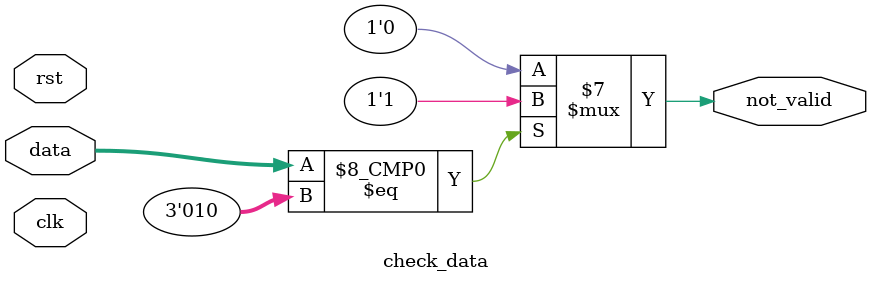
<source format=v>
`timescale 1ns / 1ps


module check_data(
    input wire [2:0]data,
    input clk,rst,
    output reg not_valid
    );
        
    always@(data) begin 
        case (data)
            3'b010: not_valid = 1'b1; //# dato non valido
            3'b100: not_valid = 1'b0;  //A
            3'b110: not_valid = 1'b0;  //C
            3'b001: not_valid = 1'b0;  //G
            3'b011: not_valid = 1'b0;   //T
            
            default: not_valid = 1'b0; // All other values
        endcase
    end
                 
endmodule

</source>
